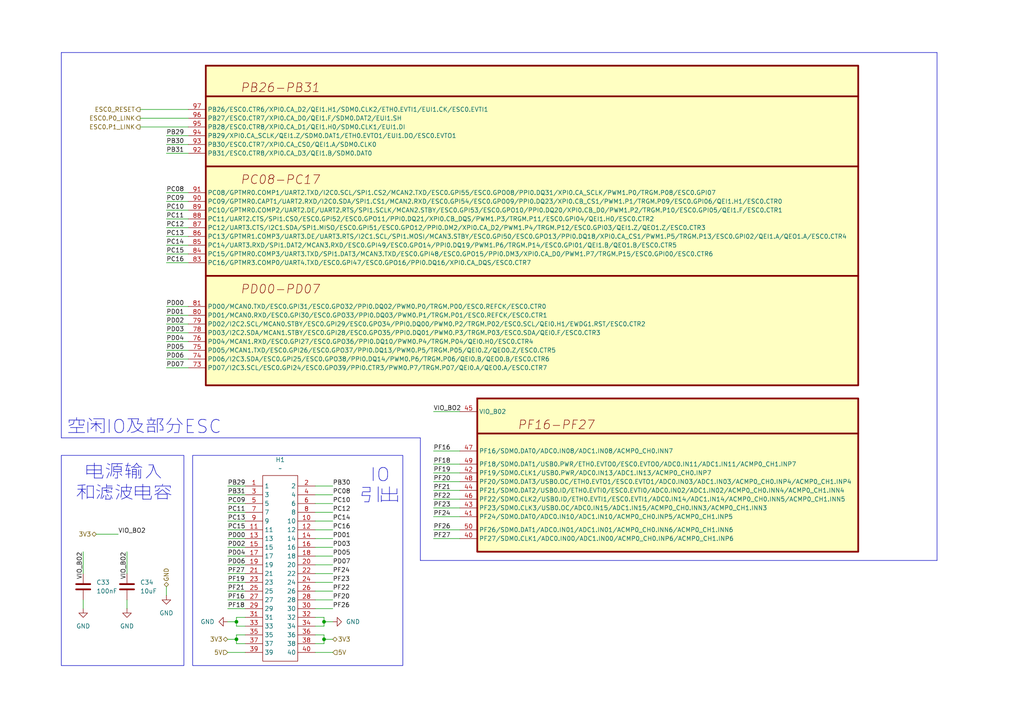
<source format=kicad_sch>
(kicad_sch (version 20250114) (generator "eeschema") (generator_version "9.0")
  (paper "A4")
  (title_block (title "IO") (date "2025-10-30") (rev "V0.1") (company "MouseGlueBoard"))
  (lib_symbols
    (symbol "Device:C" (pin_numbers (hide yes)) (pin_names (offset 0.254))
      (property "Reference" "C" (at 0.635 2.54 0))
      (property "Value" "C" (at 0.635 -2.54 0))
      (symbol "C_0_1"
        (polyline (pts (xy -2.032 0.762) (xy 2.032 0.762)) (stroke (width 0.508)))
        (polyline (pts (xy -2.032 -0.762) (xy 2.032 -0.762)) (stroke (width 0.508)))
      )
      (symbol "C_1_1"
        (pin passive line (at 0 3.81 270) (length 2.794) (name "~") (number "1"))
        (pin passive line (at 0 -3.81 90) (length 2.794) (name "~") (number "2"))
      )
    )
    (symbol "EasyEDA_Lib:210S-2*20P L=11.6MMGold-plated black"
      (property "Reference" "H" (at 0 0 0))
      (symbol "210S-2*20P L=11.6MMGold-plated black_1_0"
        (rectangle (start -5.08 27.178) (end 5.08 -26.67))
        (pin unspecified line (at -10.16 24.13 0) (length 5.08) (name "1") (number "1"))
        (pin unspecified line (at -10.16 21.59 0) (length 5.08) (name "3") (number "3"))
        (pin unspecified line (at -10.16 19.05 0) (length 5.08) (name "5") (number "5"))
        (pin unspecified line (at -10.16 16.51 0) (length 5.08) (name "7") (number "7"))
        (pin unspecified line (at -10.16 13.97 0) (length 5.08) (name "9") (number "9"))
        (pin unspecified line (at -10.16 11.43 0) (length 5.08) (name "11") (number "11"))
        (pin unspecified line (at -10.16 8.89 0) (length 5.08) (name "13") (number "13"))
        (pin unspecified line (at -10.16 6.35 0) (length 5.08) (name "15") (number "15"))
        (pin unspecified line (at -10.16 3.81 0) (length 5.08) (name "17") (number "17"))
        (pin unspecified line (at -10.16 1.27 0) (length 5.08) (name "19") (number "19"))
        (pin unspecified line (at -10.16 -1.27 0) (length 5.08) (name "21") (number "21"))
        (pin unspecified line (at -10.16 -3.81 0) (length 5.08) (name "23") (number "23"))
        (pin unspecified line (at -10.16 -6.35 0) (length 5.08) (name "25") (number "25"))
        (pin unspecified line (at -10.16 -8.89 0) (length 5.08) (name "27") (number "27"))
        (pin unspecified line (at -10.16 -11.43 0) (length 5.08) (name "29") (number "29"))
        (pin unspecified line (at -10.16 -13.97 0) (length 5.08) (name "31") (number "31"))
        (pin unspecified line (at -10.16 -16.51 0) (length 5.08) (name "33") (number "33"))
        (pin unspecified line (at -10.16 -19.05 0) (length 5.08) (name "35") (number "35"))
        (pin unspecified line (at -10.16 -21.59 0) (length 5.08) (name "37") (number "37"))
        (pin unspecified line (at -10.16 -24.13 0) (length 5.08) (name "39") (number "39"))
        (pin unspecified line (at 10.16 24.13 180) (length 5.08) (name "2") (number "2"))
        (pin unspecified line (at 10.16 21.59 180) (length 5.08) (name "4") (number "4"))
        (pin unspecified line (at 10.16 19.05 180) (length 5.08) (name "6") (number "6"))
        (pin unspecified line (at 10.16 16.51 180) (length 5.08) (name "8") (number "8"))
        (pin unspecified line (at 10.16 13.97 180) (length 5.08) (name "10") (number "10"))
        (pin unspecified line (at 10.16 11.43 180) (length 5.08) (name "12") (number "12"))
        (pin unspecified line (at 10.16 8.89 180) (length 5.08) (name "14") (number "14"))
        (pin unspecified line (at 10.16 6.35 180) (length 5.08) (name "16") (number "16"))
        (pin unspecified line (at 10.16 3.81 180) (length 5.08) (name "18") (number "18"))
        (pin unspecified line (at 10.16 1.27 180) (length 5.08) (name "20") (number "20"))
        (pin unspecified line (at 10.16 -1.27 180) (length 5.08) (name "22") (number "22"))
        (pin unspecified line (at 10.16 -3.81 180) (length 5.08) (name "24") (number "24"))
        (pin unspecified line (at 10.16 -6.35 180) (length 5.08) (name "26") (number "26"))
        (pin unspecified line (at 10.16 -8.89 180) (length 5.08) (name "28") (number "28"))
        (pin unspecified line (at 10.16 -11.43 180) (length 5.08) (name "30") (number "30"))
        (pin unspecified line (at 10.16 -13.97 180) (length 5.08) (name "32") (number "32"))
        (pin unspecified line (at 10.16 -16.51 180) (length 5.08) (name "34") (number "34"))
        (pin unspecified line (at 10.16 -19.05 180) (length 5.08) (name "36") (number "36"))
        (pin unspecified line (at 10.16 -21.59 180) (length 5.08) (name "38") (number "38"))
        (pin unspecified line (at 10.16 -24.13 180) (length 5.08) (name "40") (number "40"))
      )
    )
    (symbol "HPM5E00_Library:HPM5E31IPB1"
      (symbol "HPM5E31IPB1_1_1"
        (rectangle (start 0 0) (end 35.56 -66.04) (stroke (width 0.508)) (fill (type background)))
        (polyline (pts (xy 0 -41.275) (xy 35.56 -41.275)) (stroke (width 0.508)))
        (polyline (pts (xy 8.509 -6.223) (xy 14.351 -6.223) (xy 14.351 -11.176) (xy 14.986 -10.541)))
        (polyline (pts (xy 9.144 -19.05) (xy 9.906 -18.288)))
        (polyline (pts (xy 9.144 -19.05) (xy 9.906 -19.685)))
        (rectangle (start 10.16 -11.43) (end 17.78 -13.97))
        (polyline (pts (xy 14.351 -11.176) (xy 13.716 -10.541)))
        (polyline (pts (xy 14.351 -14.224) (xy 14.351 -19.05) (xy 9.144 -19.05)))
        (text "DCDC_Domain" (at 10.16 -2.54 0) (effects (font (size 1.778 1.778))))
        (text "Analog_Domain" (at 11.43 -44.45 0) (effects (font (size 1.778 1.778))))
        (text "DCDC" (at 13.97 -12.7 0) (effects (font (size 1.27 1.27))))
        (pin power_in line (at -5.08 -6.35 0) (length 5.08) (name "DCDC_IN") (number "31"))
        (pin power_in line (at -5.08 -19.05 0) (length 5.08) (name "DCDC_LP") (number "30"))
        (pin power_in line (at -5.08 -26.67 0) (length 5.08) (name "DCDC_SNS") (number "32"))
        (pin output line (at -5.08 -35.56 0) (length 5.08) (name "DCDC_GND") (number "29"))
        (pin input line (at -5.08 -48.26 0) (length 5.08) (name "VANA") (number "37"))
        (pin power_out line (at 16.51 -71.12 90) (length 5.08) (name "PAD") (number "101"))
        (pin power_out line (at 40.64 -6.35 180) (length 5.08) (name "VDD_SOC") (number "4"))
        (pin power_out line (at 40.64 -8.89 180) (length 5.08) (name "VDD_SOC") (number "52"))
        (pin power_out line (at 40.64 -11.43 180) (length 5.08) (name "VDD_SOC") (number "71"))
        (pin power_out line (at 40.64 -13.97 180) (length 5.08) (name "VDD_SOC") (number "77"))
        (pin power_out line (at 40.64 -16.51 180) (length 5.08) (name "VDD_SOC") (number "98"))
        (pin power_out line (at 40.64 -48.26 180) (length 5.08) (name "VREFH") (number "39"))
        (pin power_in line (at 40.64 -58.42 180) (length 5.08) (name "VSSA/VREFL") (number "38"))
      )
      (symbol "HPM5E31IPB1_2_1"
        (rectangle (start 0 0) (end 114.3 -91.44) (stroke (width 0.508)) (fill (type background)))
        (polyline (pts (xy 0 -19.05) (xy 114.3 -19.05)) (stroke (width 0.5)))
        (text "PA00-PA31" (at 20.32 -16.51 0) (effects (font (size 2.54 2.54) (italic yes))))
        (text "ISP_UART_TX" (at 91.44 -22.86 0) (effects (font (size 1.27 1.27) (bold yes))))
        (text "ISP_UART_RX" (at 91.44 -25.4 0) (effects (font (size 1.27 1.27) (bold yes))))
        (text "BOOT1" (at 99.06 -30.48 0) (effects (font (size 1.27 1.27) (bold yes))))
        (text "BOOT0" (at 109.22 -27.94 0) (effects (font (size 1.27 1.27) (bold yes))))
        (pin power_out line (at -5.08 -2.54 0) (length 5.08) (name "VIO_B01") (number "19"))
        (pin power_in line (at -5.08 -5.08 0) (length 5.08) (name "VIO_B01") (number "55"))
        (pin power_in line (at -5.08 -7.62 0) (length 5.08) (name "VIO_B01") (number "66"))
        (pin power_in line (at -5.08 -10.16 0) (length 5.08) (name "VIO_B01") (number "72"))
        (pin power_in line (at -5.08 -12.7 0) (length 5.08) (name "VIO_B01") (number "82"))
        (pin power_in line (at -5.08 -15.24 0) (length 5.08) (name "VIO_B01") (number "99"))
        (pin bidirectional line (at -5.08 -22.86 0) (length 5.08) (name "PA00/GPTMR1.COMP0/UART0.TXD/MCAN0.TXD/PWM0.P0/TRGM.P00/SYSCTL.CLK_OBS0") (number "11"))
        (pin bidirectional line (at -5.08 -25.4 0) (length 5.08) (name "PA01/GPTMR1.CAPT0/UART0.RXD/MCAN0.RXD/PWM0.P1/TRGM.P01/SYSCTL.CLK_OBS2") (number "9"))
        (pin bidirectional line (at -5.08 -27.94 0) (length 5.08) (name "PA02/GPTMR1.COMP1/UART0.DE/UART0.RTS/I2C2.SCL/MCAN0.STBY/PWM0.P2/TRGM.P02/SYSCTL.CLK_OBS1") (number "7"))
        (pin input line (at -5.08 -30.48 0) (length 5.08) (name "PA03/GPTMR1.CAPT1/UART0.CTS/I2C2.SDA/MCAN1.STBY/PWM0.P3/TRGM.P03/SYSCTL.CLK_OBS3") (number "6"))
        (pin bidirectional line (at -5.08 -33.02 0) (length 5.08) (name "PA04/UART1.CTS/SPI1.SCLK/MCAN1.RXD/PWM0.P4/TRGM.P04/JTAG.TDO") (number "3"))
        (pin bidirectional line (at -5.08 -35.56 0) (length 5.08) (name "PA05/GPTMR1.COMP2/UART1.DE/UART1.RTS/SPI1.CS0/MCAN1.TXD/PWM0.P5/TRGM.P05/JTAG.TDI") (number "2"))
        (pin bidirectional line (at -5.08 -38.1 0) (length 5.08) (name "PA06/GPTMR0.CAPT0/UART1.RXD/I2C3.SDA/SPI1.MISO/PWM0.P6/TRGM.P06/JTAG.TCK") (number "1"))
        (pin bidirectional line (at -5.08 -40.64 0) (length 5.08) (name "PA07/GPTMR0.COMP0/UART1.TXD/I2C3.SCL/SPI1.MOSI/PWM0.P7/TRGM.P07/JTAG.TMS") (number "100"))
        (pin bidirectional line (at -5.08 -43.18 0) (length 5.08) (name "PA08/GPTMR0.COMP1/UART2.TXD/I2C0.SCL/MCAN2.TXD/PWM1.P0/TRGM.P08/JTAG.TRST") (number "8"))
        (pin bidirectional line (at -5.08 -45.72 0) (length 5.08) (name "PA09/GPTMR0.CAPT1/UART2.RXD/I2C0.SDA/MCAN2.RXD/ESC0.REFCK/PWM1.P1/TRGM.P09") (number "5"))
        (pin bidirectional line (at -5.08 -49.53 0) (length 5.08) (name "PA16/GPTMR3.COMP0/UART4.TXD/ESC0.P0_RXDV/QEO1.A/SDM0.DAT3/EUI0.CK") (number "28"))
        (pin bidirectional line (at -5.08 -52.07 0) (length 5.08) (name "PA17/GPTMR3.CAPT0/UART4.RXD/ESC0.P0_RXD0/QEO1.B/SDM0.CLK3/EUI0.SH") (number "27"))
        (pin bidirectional line (at -5.08 -54.61 0) (length 5.08) (name "PA18/GPTMR3.COMP1/UART4.DE/UART4.RTS/ESC0.P0_RXD1/QEO1.Z/SDM0.DAT2/EUI0.DI") (number "26"))
        (pin bidirectional line (at -5.08 -57.15 0) (length 5.08) (name "PA19/GPTMR3.CAPT1/UART4.CTS/SPI3.CS3/ESC0.P0_RXD2/SDM0.CLK2/EUI0.DO") (number "25"))
        (pin bidirectional line (at -5.08 -59.69 0) (length 5.08) (name "PA20/UART5.CTS/SPI2.SCLK/ESC0.P0_RXD3/SDM0.DAT1") (number "21"))
        (pin bidirectional line (at -5.08 -62.23 0) (length 5.08) (name "PA21/GPTMR3.COMP2/UART5.DE/UART5.RTS/SPI2.CS0/ESC0.P0_RXCK/QEO0.Z/SDM0.CLK1/OWR0.DAT") (number "20"))
        (pin bidirectional line (at -5.08 -64.77 0) (length 5.08) (name "PA22/GPTMR2.CAPT0/UART5.RXD/SPI2.MISO/ETH0.TXER/QEO0.B/SDM0.DAT0/OWR1.DAT") (number "10"))
        (pin bidirectional line (at -5.08 -67.31 0) (length 5.08) (name "PA23/GPTMR2.COMP0/UART5.TXD/SPI2.MOSI/ESC0.P0_RXER/ETH0.RXER/QEO0.A/SDM0.CLK0") (number "15"))
        (pin bidirectional line (at -5.08 -69.85 0) (length 5.08) (name "PA24/GPTMR2.COMP1/UART6.TXD/SPI3.CS2/ESC0.P0_TXCK") (number "24"))
        (pin bidirectional line (at -5.08 -72.39 0) (length 5.08) (name "PA25/GPTMR2.CAPT1/UART6.RXD/SPI3.CS1/ESC0.P0_TXD0/ESC0.CTR0") (number "22"))
        (pin bidirectional line (at -5.08 -74.93 0) (length 5.08) (name "PA26/GPTMR2.COMP2/UART6.DE/UART6.RTS/SPI3.SCLK/ESC0.P0_TXD1/QEI1.H1/EWDG0.RST") (number "18"))
        (pin bidirectional line (at -5.08 -77.47 0) (length 5.08) (name "PA27/UART6.CTS/SPI3.CS0/ESC0.P0_TXD2/QEI1.F") (number "17"))
        (pin bidirectional line (at -5.08 -80.01 0) (length 5.08) (name "PA28/UART7.CTS/SPI3.MISO/ESC0.P0_TXD3/ESC0.CTR1/QEI1.H0") (number "16"))
        (pin bidirectional line (at -5.08 -82.55 0) (length 5.08) (name "PA29/GPTMR3.COMP3/UART7.DE/UART7.RTS/SPI3.MOSI/ESC0.P0_TXEN/QEI1.Z") (number "14"))
        (pin bidirectional line (at -5.08 -85.09 0) (length 5.08) (name "PA30/UART7.RXD/SPI3.DAT2/ESC0.MDIO/ETH0.MDIO/QEI1.A") (number "13"))
        (pin bidirectional line (at -5.08 -87.63 0) (length 5.08) (name "PA31/GPTMR2.COMP3/UART7.TXD/SPI3.DAT3/ESC0.MDC/ETH0.MDC/QEI1.B") (number "12"))
      )
      (symbol "HPM5E31IPB1_3_1"
        (rectangle (start 0 -3.81) (end 189.23 -96.52) (stroke (width 0.508)) (fill (type background)))
        (polyline (pts (xy 0 -12.7) (xy 189.23 -12.7)) (stroke (width 0.5)))
        (polyline (pts (xy 0 -33.02) (xy 189.23 -33.02)) (stroke (width 0.5)))
        (polyline (pts (xy 0 -64.77) (xy 189.23 -64.77)) (stroke (width 0.5)))
        (text "PB26-PB31" (at 21.59 -10.16 0) (effects (font (size 2.54 2.54) (italic yes))))
        (text "PC08-PC17" (at 21.59 -36.83 0) (effects (font (size 2.54 2.54) (italic yes))))
        (text "PD00-PD07" (at 21.59 -68.58 0) (effects (font (size 2.54 2.54) (italic yes))))
        (pin bidirectional line (at -5.08 -16.51 0) (length 5.08) (name "PB26/ESC0.CTR6/XPI0.CA_D2/QEI1.H1/SDM0.CLK2/ETH0.EVTI1/EUI1.CK/ESC0.EVTI1") (number "97"))
        (pin bidirectional line (at -5.08 -19.05 0) (length 5.08) (name "PB27/ESC0.CTR7/XPI0.CA_D0/QEI1.F/SDM0.DAT2/EUI1.SH") (number "96"))
        (pin bidirectional line (at -5.08 -21.59 0) (length 5.08) (name "PB28/ESC0.CTR8/XPI0.CA_D1/QEI1.H0/SDM0.CLK1/EUI1.DI") (number "95"))
        (pin bidirectional line (at -5.08 -24.13 0) (length 5.08) (name "PB29/XPI0.CA_SCLK/QEI1.Z/SDM0.DAT1/ETH0.EVTO1/EUI1.DO/ESC0.EVTO1") (number "94"))
        (pin bidirectional line (at -5.08 -26.67 0) (length 5.08) (name "PB30/ESC0.CTR7/XPI0.CA_CS0/QEI1.A/SDM0.CLK0") (number "93"))
        (pin bidirectional line (at -5.08 -29.21 0) (length 5.08) (name "PB31/ESC0.CTR8/XPI0.CA_D3/QEI1.B/SDM0.DAT0") (number "92"))
        (pin bidirectional line (at -5.08 -40.64 0) (length 5.08) (name "PC08/GPTMR0.COMP1/UART2.TXD/I2C0.SCL/SPI1.CS2/MCAN2.TXD/ESC0.GPI55/ESC0.GPO08/PPI0.DQ31/XPI0.CA_SCLK/PWM1.P0/TRGM.P08/ESC0.GPI07") (number "91"))
        (pin bidirectional line (at -5.08 -43.18 0) (length 5.08) (name "PC09/GPTMR0.CAPT1/UART2.RXD/I2C0.SDA/SPI1.CS1/MCAN2.RXD/ESC0.GPI54/ESC0.GPO09/PPI0.DQ23/XPI0.CB_CS1/PWM1.P1/TRGM.P09/ESC0.GPI06/QEI1.H1/ESC0.CTR0") (number "90"))
        (pin bidirectional line (at -5.08 -45.72 0) (length 5.08) (name "PC10/GPTMR0.COMP2/UART2.DE/UART2.RTS/SPI1.SCLK/MCAN2.STBY/ESC0.GPI53/ESC0.GPO10/PPI0.DQ20/XPI0.CB_D0/PWM1.P2/TRGM.P10/ESC0.GPI05/QEI1.F/ESC0.CTR1") (number "89"))
        (pin bidirectional line (at -5.08 -48.26 0) (length 5.08) (name "PC11/UART2.CTS/SPI1.CS0/ESC0.GPI52/ESC0.GPO11/PPI0.DQ21/XPI0.CB_DQS/PWM1.P3/TRGM.P11/ESC0.GPI04/QEI1.H0/ESC0.CTR2") (number "88"))
        (pin bidirectional line (at -5.08 -50.8 0) (length 5.08) (name "PC12/UART3.CTS/I2C1.SDA/SPI1.MISO/ESC0.GPI51/ESC0.GPO12/PPI0.DM2/XPI0.CA_D2/PWM1.P4/TRGM.P12/ESC0.GPI03/QEI1.Z/QEO1.Z/ESC0.CTR3") (number "87"))
        (pin bidirectional line (at -5.08 -53.34 0) (length 5.08) (name "PC13/GPTMR1.COMP3/UART3.DE/UART3.RTS/I2C1.SCL/SPI1.MOSI/MCAN3.STBY/ESC0.GPI50/ESC0.GPO13/PPI0.DQ18/XPI0.CA_CS1/PWM1.P5/TRGM.P13/ESC0.GPI02/QEI1.A/QEO1.A/ESC0.CTR4") (number "86"))
        (pin bidirectional line (at -5.08 -55.88 0) (length 5.08) (name "PC14/UART3.RXD/SPI1.DAT2/MCAN3.RXD/ESC0.GPI49/ESC0.GPO14/PPI0.DQ19/PWM1.P6/TRGM.P14/ESC0.GPI01/QEI1.B/QEO1.B/ESC0.CTR5") (number "85"))
        (pin bidirectional line (at -5.08 -58.42 0) (length 5.08) (name "PC15/GPTMR0.COMP3/UART3.TXD/SPI1.DAT3/MCAN3.TXD/ESC0.GPI48/ESC0.GPO15/PPI0.DM3/XPI0.CA_D0/PWM1.P7/TRGM.P15/ESC0.GPI00/ESC0.CTR6") (number "84"))
        (pin bidirectional line (at -5.08 -60.96 0) (length 5.08) (name "PC16/GPTMR3.COMP0/UART4.TXD/ESC0.GPI47/ESC0.GPO16/PPI0.DQ16/XPI0.CA_DQS/ESC0.CTR7") (number "83"))
        (pin bidirectional line (at -5.08 -73.66 0) (length 5.08) (name "PD00/MCAN0.TXD/ESC0.GPI31/ESC0.GPO32/PPI0.DQ02/PWM0.P0/TRGM.P00/ESC0.REFCK/ESC0.CTR0") (number "81"))
        (pin bidirectional line (at -5.08 -76.2 0) (length 5.08) (name "PD01/MCAN0.RXD/ESC0.GPI30/ESC0.GPO33/PPI0.DQ03/PWM0.P1/TRGM.P01/ESC0.REFCK/ESC0.CTR1") (number "80"))
        (pin bidirectional line (at -5.08 -78.74 0) (length 5.08) (name "PD02/I2C2.SCL/MCAN0.STBY/ESC0.GPI29/ESC0.GPO34/PPI0.DQ00/PWM0.P2/TRGM.P02/ESC0.SCL/QEI0.H1/EWDG1.RST/ESC0.CTR2") (number "79"))
        (pin bidirectional line (at -5.08 -81.28 0) (length 5.08) (name "PD03/I2C2.SDA/MCAN1.STBY/ESC0.GPI28/ESC0.GPO35/PPI0.DQ01/PWM0.P3/TRGM.P03/ESC0.SDA/QEI0.F/ESC0.CTR3") (number "78"))
        (pin bidirectional line (at -5.08 -83.82 0) (length 5.08) (name "PD04/MCAN1.RXD/ESC0.GPI27/ESC0.GPO36/PPI0.DQ10/PWM0.P4/TRGM.P04/QEI0.H0/ESC0.CTR4") (number "76"))
        (pin bidirectional line (at -5.08 -86.36 0) (length 5.08) (name "PD05/MCAN1.TXD/ESC0.GPI26/ESC0.GPO37/PPI0.DQ13/PWM0.P5/TRGM.P05/QEI0.Z/QEO0.Z/ESC0.CTR5") (number "75"))
        (pin bidirectional line (at -5.08 -88.9 0) (length 5.08) (name "PD06/I2C3.SDA/ESC0.GPI25/ESC0.GPO38/PPI0.DQ14/PWM0.P6/TRGM.P06/QEI0.B/QEO0.B/ESC0.CTR6") (number "74"))
        (pin bidirectional line (at -5.08 -91.44 0) (length 5.08) (name "PD07/I2C3.SCL/ESC0.GPI24/ESC0.GPO39/PPI0.CTR3/PWM0.P7/TRGM.P07/QEI0.A/QEO0.A/ESC0.CTR7") (number "73"))
      )
      (symbol "HPM5E31IPB1_4_1"
        (rectangle (start 0 0) (end 104.14 -49.53) (stroke (width 0.508)) (fill (type background)))
        (polyline (pts (xy 0 -10.16) (xy 104.14 -10.16)) (stroke (width 0.5)))
        (text "PF02-PF14" (at 21.59 -7.62 0) (effects (font (size 2.54 2.54) (italic yes))))
        (pin bidirectional line (at -5.08 -13.97 0) (length 5.08) (name "PF02/I2C2.SCL/MCAN0.STBY/ESC0.P1_TXCK/PWM0.P2/TRGM.P02/ETH0.TXCK/QEI0.H1/QEO1.Z/EUI0.CK") (number "57"))
        (pin bidirectional line (at -5.08 -16.51 0) (length 5.08) (name "PF03/I2C2.SDA/MCAN1.STBY/ESC0.P1_TXD0/PWM0.P3/TRGM.P03/ETH0.TXD0/QEI0.F/EUI0.SH") (number "63"))
        (pin bidirectional line (at -5.08 -19.05 0) (length 5.08) (name "PF04/MCAN1.RXD/ESC0.P1_TXD1/PWM0.P4/TRGM.P04/ETH0.TXD1/QEI0.H0/EUI0.DI") (number "51"))
        (pin bidirectional line (at -5.08 -21.59 0) (length 5.08) (name "PF05/MCAN1.TXD/ESC0.P1_TXD2/PWM0.P5/TRGM.P05/ETH0.TXD2/QEI0.Z/QEO0.Z/EUI0.DO") (number "56"))
        (pin bidirectional line (at -5.08 -24.13 0) (length 5.08) (name "PF06/I2C3.SDA/ESC0.P1_TXD3/PWM0.P6/TRGM.P06/ETH0.TXD3/QEI0.B/QEO0.B") (number "58"))
        (pin bidirectional line (at -5.08 -26.67 0) (length 5.08) (name "PF07/I2C3.SCL/ESC0.P1_TXEN/PWM0.P7/TRGM.P07/ETH0.TXEN/QEI0.A/QEO0.A") (number "61"))
        (pin bidirectional line (at -5.08 -29.21 0) (length 5.08) (name "PF08/I2C0.SCL/MCAN2.TXD/ESC0.P1_RXDV/PWM1.P0/TRGM.P08/ETH0.RXDV/EUI1.CK") (number "64"))
        (pin bidirectional line (at -5.08 -31.75 0) (length 5.08) (name "PF09/I2C0.SDA/MCAN2.RXD/ESC0.P1_RXD0/PWM1.P1/TRGM.P09/ETH0.RXD0/EUI1.SH") (number "62"))
        (pin bidirectional line (at -5.08 -34.29 0) (length 5.08) (name "PF10/MCAN2.STBY/ESC0.P1_RXD1/PWM1.P2/TRGM.P10/ETH0.RXD1/EUI1.DI") (number "53"))
        (pin bidirectional line (at -5.08 -36.83 0) (length 5.08) (name "PF11/ESC0.P1_RXD2/PWM1.P3/TRGM.P11/ETH0.RXD2/EUI1.DO") (number "65"))
        (pin bidirectional line (at -5.08 -39.37 0) (length 5.08) (name "PF12/I2C1.SDA/ESC0.P1_RXD3/PWM1.P4/TRGM.P12/ETH0.RXD3/OWR0.DAT") (number "60"))
        (pin bidirectional line (at -5.08 -41.91 0) (length 5.08) (name "PF13/I2C1.SCL/MCAN3.STBY/ESC0.P1_RXCK/PWM1.P5/TRGM.P13/ETH0.RXCK/OWR1.DAT") (number "59"))
        (pin bidirectional line (at -5.08 -44.45 0) (length 5.08) (name "PF14/MCAN3.RXD/ESC0.P1_RXER/PWM1.P6/TRGM.P14/ETH0.RXER") (number "54"))
      )
      (symbol "HPM5E31IPB1_5_1"
        (rectangle (start 0 0) (end 35.56 -19.05) (stroke (width 0.508)) (fill (type background)))
        (rectangle (start 0 -31.75) (end 35.56 -64.77) (stroke (width 0.508)) (fill (type background)))
        (polyline (pts (xy 0 -48.26) (xy 35.56 -48.26)) (stroke (width 0.5)))
        (pin power_in line (at -5.08 -6.35 0) (length 5.08) (name "VPMC") (number "33"))
        (pin power_in line (at -5.08 -35.56 0) (length 5.08) (name "XTALI") (number "69"))
        (pin input line (at -5.08 -44.45 0) (length 5.08) (name "XTALO") (number "70"))
        (pin bidirectional line (at -5.08 -54.61 0) (length 5.08) (name "USB0_DP") (number "68"))
        (pin bidirectional line (at -5.08 -60.96 0) (length 5.08) (name "USB0_DN") (number "67"))
        (pin power_in line (at 40.64 -6.35 180) (length 5.08) (name "VDD_OTPCAP") (number "23"))
        (pin power_in line (at 40.64 -13.97 180) (length 5.08) (name "VDD_PMCCAP") (number "34"))
        (pin bidirectional line (at 40.64 -36.83 180) (length 5.08) (name "RSTN") (number "35"))
        (pin power_in line (at 40.64 -44.45 180) (length 5.08) (name "WKUP") (number "36"))
      )
      (symbol "HPM5E31IPB1_6_1"
        (rectangle (start 0 -6.35) (end 110.49 -50.8) (stroke (width 0.508)) (fill (type background)))
        (polyline (pts (xy 0 -16.51) (xy 110.49 -16.51)) (stroke (width 0.5)))
        (text "PF16-PF27" (at 22.86 -13.97 0) (effects (font (size 2.54 2.54) (italic yes))))
        (pin power_in line (at -5.08 -10.16 0) (length 5.08) (name "VIO_B02") (number "45"))
        (pin bidirectional line (at -5.08 -21.59 0) (length 5.08) (name "PF16/SDM0.DAT0/ADC0.IN08/ADC1.IN08/ACMP0_CH0.INN7") (number "47"))
        (pin bidirectional line (at -5.08 -25.4 0) (length 5.08) (name "PF18/SDM0.DAT1/USB0.PWR/ETH0.EVTO0/ESC0.EVTO0/ADC0.IN11/ADC1.IN11/ACMP0_CH1.INP7") (number "49"))
        (pin bidirectional line (at -5.08 -27.94 0) (length 5.08) (name "PF19/SDM0.CLK1/USB0.PWR/ADC0.IN13/ADC1.IN13/ACMP0_CH0.INP7") (number "42"))
        (pin bidirectional line (at -5.08 -30.48 0) (length 5.08) (name "PF20/SDM0.DAT3/USB0.OC/ETH0.EVTO1/ESC0.EVTO1/ADC0.IN03/ADC1.IN03/ACMP0_CH0.INP4/ACMP0_CH1.INP4") (number "48"))
        (pin bidirectional line (at -5.08 -33.02 0) (length 5.08) (name "PF21/SDM0.DAT2/USB0.ID/ETH0.EVTI0/ESC0.EVTI0/ADC0.IN02/ADC1.IN02/ACMP0_CH0.INN4/ACMP0_CH1.INN4") (number "44"))
        (pin bidirectional line (at -5.08 -35.56 0) (length 5.08) (name "PF22/SDM0.CLK2/USB0.ID/ETH0.EVTI1/ESC0.EVTI1/ADC0.IN14/ADC1.IN14/ACMP0_CH0.INN5/ACMP0_CH1.INN5") (number "46"))
        (pin bidirectional line (at -5.08 -38.1 0) (length 5.08) (name "PF23/SDM0.CLK3/USB0.OC/ADC0.IN15/ADC1.IN15/ACMP0_CH0.INN3/ACMP0_CH1.INN3") (number "43"))
        (pin bidirectional line (at -5.08 -40.64 0) (length 5.08) (name "PF24/SDM0.DAT0/ADC0.IN10/ADC1.IN10/ACMP0_CH0.INP5/ACMP0_CH1.INP5") (number "41"))
        (pin bidirectional line (at -5.08 -44.45 0) (length 5.08) (name "PF26/SDM0.DAT1/ADC0.IN01/ADC1.IN01/ACMP0_CH0.INN6/ACMP0_CH1.INN6") (number "50"))
        (pin bidirectional line (at -5.08 -46.99 0) (length 5.08) (name "PF27/SDM0.CLK1/ADC0.IN00/ADC1.IN00/ACMP0_CH0.INP6/ACMP0_CH1.INP6") (number "40"))
      )
    )
    (symbol "power:GND" (power) (pin_numbers (hide yes)) (pin_names (offset 0) (hide yes))
      (property "Value" "GND" (at 0 -3.81 0))
      (symbol "GND_0_1"
        (polyline (pts (xy 0 0) (xy 0 -1.27) (xy 1.27 -1.27) (xy 0 -2.54) (xy -1.27 -1.27) (xy 0 -1.27)))
      )
      (symbol "GND_1_1"
        (pin power_in line (at 0 0 270) (length 0) (name "~") (number "1"))
      )
    )
  )
  (rectangle (start 17.78 132.08) (end 53.34 193.04))
  (rectangle (start 55.88 132.08) (end 116.84 193.04))
  (text "IO\n引出" (at 110.236 140.97 0) (effects (font (size 3.81 3.81))))
  (text "空闲IO及部分ESC" (at 41.91 123.952 0) (effects (font (size 3.81 3.81))))
  (text "电源输入\n和滤波电容\n" (at 36.068 140.208 0) (effects (font (size 3.81 3.81))))
  (junction (at 93.98 180.34))
  (junction (at 93.98 185.42))
  (junction (at 68.58 185.42))
  (junction (at 68.58 180.34))
  (wire (pts (xy 66.04 143.51) (xy 71.12 143.51)))
  (wire (pts (xy 68.58 179.07) (xy 71.12 179.07)))
  (wire (pts (xy 66.04 189.23) (xy 71.12 189.23)))
  (wire (pts (xy 66.04 151.13) (xy 71.12 151.13)))
  (wire (pts (xy 40.64 36.83) (xy 54.61 36.83)))
  (wire (pts (xy 24.13 160.02) (xy 24.13 166.37)))
  (wire (pts (xy 48.26 101.6) (xy 54.61 101.6)))
  (wire (pts (xy 66.04 148.59) (xy 71.12 148.59)))
  (wire (pts (xy 91.44 158.75) (xy 96.52 158.75)))
  (wire (pts (xy 125.73 130.81) (xy 133.35 130.81)))
  (wire (pts (xy 48.26 93.98) (xy 54.61 93.98)))
  (wire (pts (xy 48.26 41.91) (xy 54.61 41.91)))
  (wire (pts (xy 68.58 185.42) (xy 68.58 186.69)))
  (wire (pts (xy 68.58 185.42) (xy 68.58 184.15)))
  (wire (pts (xy 96.52 140.97) (xy 91.44 140.97)))
  (wire (pts (xy 91.44 186.69) (xy 93.98 186.69)))
  (wire (pts (xy 48.26 106.68) (xy 54.61 106.68)))
  (polyline (pts (xy 17.78 15.24) (xy 17.78 127)))
  (wire (pts (xy 91.44 146.05) (xy 96.52 146.05)))
  (wire (pts (xy 48.26 96.52) (xy 54.61 96.52)))
  (wire (pts (xy 68.58 181.61) (xy 71.12 181.61)))
  (wire (pts (xy 125.73 137.16) (xy 133.35 137.16)))
  (wire (pts (xy 66.04 176.53) (xy 71.12 176.53)))
  (wire (pts (xy 48.26 73.66) (xy 54.61 73.66)))
  (wire (pts (xy 125.73 149.86) (xy 133.35 149.86)))
  (polyline (pts (xy 271.78 162.56) (xy 271.78 15.24)))
  (wire (pts (xy 93.98 185.42) (xy 96.52 185.42)))
  (wire (pts (xy 48.26 63.5) (xy 54.61 63.5)))
  (wire (pts (xy 125.73 153.67) (xy 133.35 153.67)))
  (wire (pts (xy 48.26 58.42) (xy 54.61 58.42)))
  (wire (pts (xy 93.98 181.61) (xy 93.98 180.34)))
  (wire (pts (xy 125.73 144.78) (xy 133.35 144.78)))
  (wire (pts (xy 48.26 88.9) (xy 54.61 88.9)))
  (wire (pts (xy 66.04 180.34) (xy 68.58 180.34)))
  (wire (pts (xy 125.73 134.62) (xy 133.35 134.62)))
  (wire (pts (xy 125.73 142.24) (xy 133.35 142.24)))
  (wire (pts (xy 48.26 99.06) (xy 54.61 99.06)))
  (wire (pts (xy 93.98 184.15) (xy 93.98 185.42)))
  (wire (pts (xy 48.26 76.2) (xy 54.61 76.2)))
  (wire (pts (xy 48.26 60.96) (xy 54.61 60.96)))
  (wire (pts (xy 66.04 173.99) (xy 71.12 173.99)))
  (wire (pts (xy 66.04 171.45) (xy 71.12 171.45)))
  (wire (pts (xy 125.73 147.32) (xy 133.35 147.32)))
  (wire (pts (xy 93.98 179.07) (xy 93.98 180.34)))
  (wire (pts (xy 36.83 173.99) (xy 36.83 176.53)))
  (wire (pts (xy 91.44 171.45) (xy 96.52 171.45)))
  (wire (pts (xy 91.44 168.91) (xy 96.52 168.91)))
  (wire (pts (xy 125.73 156.21) (xy 133.35 156.21)))
  (wire (pts (xy 91.44 163.83) (xy 96.52 163.83)))
  (wire (pts (xy 48.26 39.37) (xy 54.61 39.37)))
  (wire (pts (xy 48.26 44.45) (xy 54.61 44.45)))
  (wire (pts (xy 91.44 189.23) (xy 96.52 189.23)))
  (wire (pts (xy 91.44 179.07) (xy 93.98 179.07)))
  (wire (pts (xy 48.26 68.58) (xy 54.61 68.58)))
  (wire (pts (xy 91.44 143.51) (xy 96.52 143.51)))
  (wire (pts (xy 68.58 180.34) (xy 68.58 181.61)))
  (wire (pts (xy 66.04 163.83) (xy 71.12 163.83)))
  (wire (pts (xy 40.64 31.75) (xy 54.61 31.75)))
  (wire (pts (xy 66.04 185.42) (xy 68.58 185.42)))
  (wire (pts (xy 91.44 166.37) (xy 96.52 166.37)))
  (wire (pts (xy 91.44 176.53) (xy 96.52 176.53)))
  (wire (pts (xy 40.64 34.29) (xy 54.61 34.29)))
  (wire (pts (xy 91.44 156.21) (xy 96.52 156.21)))
  (wire (pts (xy 36.83 160.02) (xy 36.83 166.37)))
  (wire (pts (xy 48.26 71.12) (xy 54.61 71.12)))
  (wire (pts (xy 66.04 161.29) (xy 71.12 161.29)))
  (wire (pts (xy 66.04 153.67) (xy 71.12 153.67)))
  (wire (pts (xy 91.44 151.13) (xy 96.52 151.13)))
  (wire (pts (xy 48.26 170.18) (xy 48.26 172.72)))
  (wire (pts (xy 66.04 156.21) (xy 71.12 156.21)))
  (wire (pts (xy 91.44 148.59) (xy 96.52 148.59)))
  (wire (pts (xy 93.98 180.34) (xy 96.52 180.34)))
  (polyline (pts (xy 121.92 162.56) (xy 271.78 162.56)))
  (wire (pts (xy 125.73 139.7) (xy 133.35 139.7)))
  (wire (pts (xy 48.26 55.88) (xy 54.61 55.88)))
  (polyline (pts (xy 121.92 127) (xy 121.92 162.56)))
  (wire (pts (xy 48.26 66.04) (xy 54.61 66.04)))
  (wire (pts (xy 66.04 166.37) (xy 71.12 166.37)))
  (wire (pts (xy 48.26 104.14) (xy 54.61 104.14)))
  (wire (pts (xy 24.13 173.99) (xy 24.13 176.53)))
  (polyline (pts (xy 17.78 15.24) (xy 271.78 15.24)))
  (wire (pts (xy 91.44 181.61) (xy 93.98 181.61)))
  (wire (pts (xy 93.98 186.69) (xy 93.98 185.42)))
  (wire (pts (xy 48.26 91.44) (xy 54.61 91.44)))
  (wire (pts (xy 66.04 146.05) (xy 71.12 146.05)))
  (wire (pts (xy 91.44 161.29) (xy 96.52 161.29)))
  (wire (pts (xy 125.73 119.38) (xy 133.35 119.38)))
  (wire (pts (xy 91.44 173.99) (xy 96.52 173.99)))
  (wire (pts (xy 91.44 153.67) (xy 96.52 153.67)))
  (wire (pts (xy 27.94 154.94) (xy 34.29 154.94)))
  (wire (pts (xy 66.04 168.91) (xy 71.12 168.91)))
  (wire (pts (xy 68.58 186.69) (xy 71.12 186.69)))
  (polyline (pts (xy 17.78 127) (xy 121.92 127)))
  (wire (pts (xy 66.04 158.75) (xy 71.12 158.75)))
  (wire (pts (xy 68.58 180.34) (xy 68.58 179.07)))
  (wire (pts (xy 66.04 140.97) (xy 71.12 140.97)))
  (wire (pts (xy 91.44 184.15) (xy 93.98 184.15)))
  (wire (pts (xy 68.58 184.15) (xy 71.12 184.15)))
  (label "PF19" (at 66.04 168.91 0))
  (label "PF26" (at 96.52 176.53 0))
  (label "VIO_BO2" (at 24.13 160.02 270))
  (label "PD02" (at 66.04 158.75 0))
  (label "PC08" (at 96.52 143.51 0))
  (label "PF16" (at 66.04 173.99 0))
  (label "PC12" (at 96.52 148.59 0))
  (label "PB29" (at 48.26 39.37 0))
  (label "PB30" (at 48.26 41.91 0))
  (label "PB31" (at 48.26 44.45 0))
  (label "PC08" (at 48.26 55.88 0))
  (label "PC09" (at 48.26 58.42 0))
  (label "PC13" (at 48.26 68.58 0))
  (label "PC14" (at 48.26 71.12 0))
  (label "PC15" (at 48.26 73.66 0))
  (label "PC16" (at 48.26 76.2 0))
  (label "PD00" (at 48.26 88.9 0))
  (label "PD01" (at 48.26 91.44 0))
  (label "PD02" (at 48.26 93.98 0))
  (label "PD03" (at 48.26 96.52 0))
  (label "PC10" (at 48.26 60.96 0))
  (label "PC11" (at 48.26 63.5 0))
  (label "PC12" (at 48.26 66.04 0))
  (label "PD04" (at 48.26 99.06 0))
  (label "PD05" (at 48.26 101.6 0))
  (label "PD06" (at 48.26 104.14 0))
  (label "PD07" (at 48.26 106.68 0))
  (label "PD04" (at 66.04 161.29 0))
  (label "PD00" (at 66.04 156.21 0))
  (label "PC09" (at 66.04 146.05 0))
  (label "PB29" (at 66.04 140.97 0))
  (label "PF20" (at 96.52 173.99 0))
  (label "PF23" (at 96.52 168.91 0))
  (label "PC15" (at 66.04 153.67 0))
  (label "PC14" (at 96.52 151.13 0))
  (label "PC10" (at 96.52 146.05 0))
  (label "PB30" (at 96.52 140.97 0))
  (label "VIO_BO2" (at 36.83 160.02 270))
  (label "PB31" (at 66.04 143.51 0))
  (label "VIO_BO2" (at 125.73 119.38 0))
  (label "PF21" (at 125.73 142.24 0))
  (label "PF22" (at 125.73 144.78 0))
  (label "PF23" (at 125.73 147.32 0))
  (label "PF24" (at 125.73 149.86 0))
  (label "PF18" (at 125.73 134.62 0))
  (label "PF19" (at 125.73 137.16 0))
  (label "PF20" (at 125.73 139.7 0))
  (label "PF16" (at 125.73 130.81 0))
  (label "PF26" (at 125.73 153.67 0))
  (label "PF27" (at 125.73 156.21 0))
  (label "PD06" (at 66.04 163.83 0))
  (label "PD03" (at 96.52 158.75 0))
  (label "PC11" (at 66.04 148.59 0))
  (label "PF27" (at 66.04 166.37 0))
  (label "PF18" (at 66.04 176.53 0))
  (label "VIO_BO2" (at 34.29 154.94 0))
  (label "PD01" (at 96.52 156.21 0))
  (label "PF24" (at 96.52 166.37 0))
  (label "PC16" (at 96.52 153.67 0))
  (label "PD07" (at 96.52 163.83 0))
  (label "PD05" (at 96.52 161.29 0))
  (label "PF21" (at 66.04 171.45 0))
  (label "PC13" (at 66.04 151.13 0))
  (label "PF22" (at 96.52 171.45 0))
  (hierarchical_label "GND" (shape bidirectional) (at 48.26 170.18 90))
  (hierarchical_label "3V3" (shape bidirectional) (at 27.94 154.94 180))
  (hierarchical_label "ESC0_RESET" (shape output) (at 40.64 31.75 180))
  (hierarchical_label "5V" (shape input) (at 66.04 189.23 180))
  (hierarchical_label "ESC0.P1_LINK" (shape output) (at 40.64 36.83 180))
  (hierarchical_label "3V3" (shape bidirectional) (at 96.52 185.42 0))
  (hierarchical_label "5V" (shape input) (at 96.52 189.23 0))
  (hierarchical_label "3V3" (shape bidirectional) (at 66.04 185.42 180))
  (hierarchical_label "ESC0.P0_LINK" (shape output) (at 40.64 34.29 180))
  (symbol (lib_id "Device:C") (at 24.13 170.18 0) (unit 1)
    (property "Reference" "C33" (at 27.94 168.9099 0) (effects (justify left)))
    (property "Value" "100nF" (at 27.94 171.4499 0) (effects (justify left)))
    (property "Footprint" "Capacitor_SMD:C_0402_1005Metric" (effects (hide yes)))
    (property "Description" "Unpolarized capacitor" (effects (hide yes)))
  )
  (symbol (lib_id "power:GND") (at 48.26 172.72 0) (unit 1)
    (property "Reference" "#PWR028" (effects (hide yes)))
    (property "Value" "GND" (at 48.26 177.8 0))
    (property "Description" "Power symbol creates a global label with name \"GND\" , ground" (effects (hide yes)))
  )
  (symbol (lib_id "Device:C") (at 36.83 170.18 0) (unit 1)
    (property "Reference" "C34" (at 40.64 168.9099 0) (effects (justify left)))
    (property "Value" "10uF" (at 40.64 171.4499 0) (effects (justify left)))
    (property "Footprint" "Capacitor_SMD:C_0402_1005Metric" (effects (hide yes)))
    (property "Description" "Unpolarized capacitor" (effects (hide yes)))
  )
  (symbol (lib_id "power:GND") (at 24.13 176.53 0) (unit 1)
    (property "Reference" "#PWR026" (effects (hide yes)))
    (property "Value" "GND" (at 24.13 181.61 0))
    (property "Description" "Power symbol creates a global label with name \"GND\" , ground" (effects (hide yes)))
  )
  (symbol (lib_id "power:GND") (at 66.04 180.34 270) (unit 1)
    (property "Reference" "#PWR029" (effects (hide yes)))
    (property "Value" "GND" (at 62.23 180.3399 90) (effects (justify right)))
    (property "Description" "Power symbol creates a global label with name \"GND\" , ground" (effects (hide yes)))
  )
  (symbol (lib_id "power:GND") (at 36.83 176.53 0) (unit 1)
    (property "Reference" "#PWR027" (effects (hide yes)))
    (property "Value" "GND" (at 36.83 181.61 0))
    (property "Description" "Power symbol creates a global label with name \"GND\" , ground" (effects (hide yes)))
  )
  (symbol (lib_id "EasyEDA_Lib:210S-2*20P L=11.6MMGold-plated black") (at 81.28 165.1 0) (unit 1)
    (property "Reference" "H1" (at 81.28 133.35 0))
    (property "Value" "~" (at 81.28 135.89 0))
    (property "Footprint" "EasyEDA_Lib:HDR-TH_40P-P2.54-V-M-R2-C20-S2.54" (effects (hide yes)))
    (property "Datasheet" "https://item.szlcsc.com/datasheet/B-2100S40P-B110/125658.html" (effects (hide yes)))
    (property "Description" "Pin Structure:2x20P Pitch:2.54mm Row Spacing:2.54mm Circluar Pins/Square Pins:- Mounting Type:Through Hole Number of Rows:2 Number of Pins:40P Current Rating:- Voltage Rating (Max):- Length of Mating Pin:6mm Insulation Height:2.54mm Length of End Connecti" (effects (hide yes)))
    (property "Manufacturer Part" "B-2100S40P-B110" (effects (hide yes)))
    (property "Manufacturer" "Ckmtw(灿科盟)" (effects (hide yes)))
    (property "Supplier Part" "C124383" (effects (hide yes)))
    (property "Supplier" "LCSC" (effects (hide yes)))
    (property "LCSC Part Name" "2x20P 间距:2.54mm 直插" (effects (hide yes)))
  )
  (symbol (lib_id "HPM5E00_Library:HPM5E31IPB1") (at 138.43 109.22 0) (unit 6)
    (property "Reference" "U1" (effects (hide yes)))
    (property "Value" "HPM5E31IPB1" (effects (hide yes)))
    (property "Footprint" "HPM_footprints:LQFP-100_14x14mm_P0.5mm_EP6.0x6.0mm" (effects (hide yes)))
    (property "Description" "LQFP100" (effects (hide yes)))
  )
  (symbol (lib_id "power:GND") (at 96.52 180.34 90) (unit 1)
    (property "Reference" "#PWR030" (effects (hide yes)))
    (property "Value" "GND" (at 100.33 180.3399 90) (effects (justify right)))
    (property "Description" "Power symbol creates a global label with name \"GND\" , ground" (effects (hide yes)))
  )
  (symbol (lib_id "HPM5E00_Library:HPM5E31IPB1") (at 59.69 15.24 0) (unit 3)
    (property "Reference" "U1" (effects (hide yes)))
    (property "Value" "HPM5E31IPB1" (effects (hide yes)))
    (property "Footprint" "HPM_footprints:LQFP-100_14x14mm_P0.5mm_EP6.0x6.0mm" (effects (hide yes)))
    (property "Description" "LQFP100" (effects (hide yes)))
  )
)
</source>
